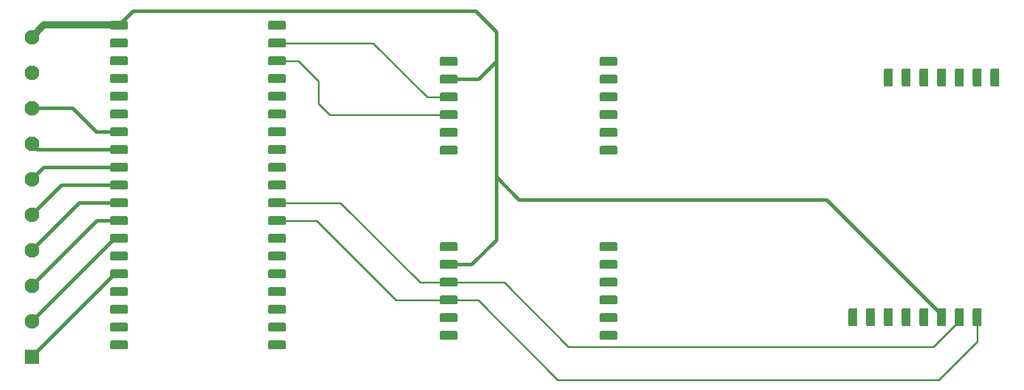
<source format=gtl>
G04 #@! TF.GenerationSoftware,KiCad,Pcbnew,9.0.0-9.0.0-2~ubuntu24.04.1*
G04 #@! TF.CreationDate,2025-04-02T00:55:11+02:00*
G04 #@! TF.ProjectId,Sensor_Mount,53656e73-6f72-45f4-9d6f-756e742e6b69,rev?*
G04 #@! TF.SameCoordinates,Original*
G04 #@! TF.FileFunction,Copper,L1,Top*
G04 #@! TF.FilePolarity,Positive*
%FSLAX46Y46*%
G04 Gerber Fmt 4.6, Leading zero omitted, Abs format (unit mm)*
G04 Created by KiCad (PCBNEW 9.0.0-9.0.0-2~ubuntu24.04.1) date 2025-04-02 00:55:11*
%MOMM*%
%LPD*%
G01*
G04 APERTURE LIST*
G04 Aperture macros list*
%AMRoundRect*
0 Rectangle with rounded corners*
0 $1 Rounding radius*
0 $2 $3 $4 $5 $6 $7 $8 $9 X,Y pos of 4 corners*
0 Add a 4 corners polygon primitive as box body*
4,1,4,$2,$3,$4,$5,$6,$7,$8,$9,$2,$3,0*
0 Add four circle primitives for the rounded corners*
1,1,$1+$1,$2,$3*
1,1,$1+$1,$4,$5*
1,1,$1+$1,$6,$7*
1,1,$1+$1,$8,$9*
0 Add four rect primitives between the rounded corners*
20,1,$1+$1,$2,$3,$4,$5,0*
20,1,$1+$1,$4,$5,$6,$7,0*
20,1,$1+$1,$6,$7,$8,$9,0*
20,1,$1+$1,$8,$9,$2,$3,0*%
G04 Aperture macros list end*
G04 #@! TA.AperFunction,ComponentPad*
%ADD10RoundRect,0.250001X0.799999X-0.799999X0.799999X0.799999X-0.799999X0.799999X-0.799999X-0.799999X0*%
G04 #@! TD*
G04 #@! TA.AperFunction,ComponentPad*
%ADD11C,2.100000*%
G04 #@! TD*
G04 #@! TA.AperFunction,ComponentPad*
%ADD12RoundRect,0.190500X-1.079500X-0.444500X1.079500X-0.444500X1.079500X0.444500X-1.079500X0.444500X0*%
G04 #@! TD*
G04 #@! TA.AperFunction,ComponentPad*
%ADD13RoundRect,0.190500X-0.444500X1.079500X-0.444500X-1.079500X0.444500X-1.079500X0.444500X1.079500X0*%
G04 #@! TD*
G04 #@! TA.AperFunction,Conductor*
%ADD14C,0.250000*%
G04 #@! TD*
G04 #@! TA.AperFunction,Conductor*
%ADD15C,0.500000*%
G04 #@! TD*
G04 #@! TA.AperFunction,Conductor*
%ADD16C,1.000000*%
G04 #@! TD*
G04 APERTURE END LIST*
D10*
X88500000Y-86720000D03*
D11*
X88500000Y-81640000D03*
X88500000Y-76560000D03*
X88500000Y-71480000D03*
X88500000Y-66400000D03*
X88500000Y-61320000D03*
X88500000Y-56240000D03*
X88500000Y-51160000D03*
X88500000Y-46080000D03*
X88500000Y-41000000D03*
D12*
X148140000Y-71000000D03*
X148140000Y-73540000D03*
X148140000Y-76080000D03*
X148140000Y-78620000D03*
X148140000Y-81160000D03*
X148140000Y-83700000D03*
X171000000Y-71000000D03*
X171000000Y-73540000D03*
X171000000Y-76080000D03*
X171000000Y-78620000D03*
X171000000Y-81160000D03*
X171000000Y-83700000D03*
X148140000Y-44500000D03*
X148140000Y-47040000D03*
X148140000Y-49580000D03*
X148140000Y-52120000D03*
X148140000Y-54660000D03*
X148140000Y-57200000D03*
X171000000Y-44500000D03*
X171000000Y-47040000D03*
X171000000Y-49580000D03*
X171000000Y-52120000D03*
X171000000Y-54660000D03*
X171000000Y-57200000D03*
X101000000Y-39280000D03*
X101000000Y-41820000D03*
X101000000Y-44360000D03*
X101000000Y-46900000D03*
X101000000Y-49440000D03*
X101000000Y-51980000D03*
X101000000Y-54520000D03*
X101000000Y-57060000D03*
X101000000Y-59600000D03*
X101000000Y-62140000D03*
X101000000Y-64680000D03*
X101000000Y-67220000D03*
X101000000Y-69760000D03*
X101000000Y-72300000D03*
X101000000Y-74840000D03*
X101000000Y-77380000D03*
X101000000Y-79920000D03*
X101000000Y-82460000D03*
X101000000Y-85000000D03*
X123606000Y-39280000D03*
X123606000Y-41820000D03*
X123606000Y-44360000D03*
X123606000Y-46900000D03*
X123606000Y-49440000D03*
X123606000Y-51980000D03*
X123606000Y-54520000D03*
X123606000Y-57060000D03*
X123606000Y-59600000D03*
X123606000Y-62140000D03*
X123606000Y-64680000D03*
X123606000Y-67220000D03*
X123606000Y-69760000D03*
X123606000Y-72300000D03*
X123606000Y-74840000D03*
X123606000Y-77380000D03*
X123606000Y-79920000D03*
X123606000Y-82460000D03*
X123606000Y-85000000D03*
D13*
X206000000Y-81018000D03*
X208540000Y-81018000D03*
X211080000Y-81018000D03*
X213620000Y-81018000D03*
X216160000Y-81018000D03*
X218700000Y-81018000D03*
X221240000Y-81018000D03*
X223780000Y-81018000D03*
X211080000Y-46728000D03*
X213620000Y-46728000D03*
X216160000Y-46728000D03*
X218700000Y-46728000D03*
X221240000Y-46728000D03*
X223780000Y-46728000D03*
X226320000Y-46728000D03*
D14*
X123606000Y-67220000D02*
X129220000Y-67220000D01*
X129220000Y-67220000D02*
X140620000Y-78620000D01*
X140620000Y-78620000D02*
X148140000Y-78620000D01*
X123606000Y-64680000D02*
X132680000Y-64680000D01*
X132680000Y-64680000D02*
X144080000Y-76080000D01*
X144080000Y-76080000D02*
X148140000Y-76080000D01*
D15*
X101000000Y-39280000D02*
X103030000Y-37250000D01*
X103030000Y-37250000D02*
X152000000Y-37250000D01*
X152000000Y-37250000D02*
X155000000Y-40250000D01*
X155000000Y-40250000D02*
X155000000Y-44000000D01*
X101000000Y-69760000D02*
X100380000Y-69760000D01*
X100380000Y-69760000D02*
X88500000Y-81640000D01*
X101000000Y-74840000D02*
X100410000Y-74840000D01*
X100410000Y-74840000D02*
X88530000Y-86720000D01*
X88530000Y-86720000D02*
X88500000Y-86720000D01*
X101000000Y-67220000D02*
X97840000Y-67220000D01*
X97840000Y-67220000D02*
X88500000Y-76560000D01*
X101000000Y-64680000D02*
X95300000Y-64680000D01*
X95300000Y-64680000D02*
X88500000Y-71480000D01*
X101000000Y-62140000D02*
X92760000Y-62140000D01*
X92760000Y-62140000D02*
X88500000Y-66400000D01*
X88500000Y-61320000D02*
X90220000Y-59600000D01*
X90220000Y-59600000D02*
X101000000Y-59600000D01*
X88500000Y-56240000D02*
X89320000Y-57060000D01*
X89320000Y-57060000D02*
X101000000Y-57060000D01*
X88500000Y-51160000D02*
X94410000Y-51160000D01*
X94410000Y-51160000D02*
X97750000Y-54500000D01*
X97750000Y-54500000D02*
X100980000Y-54500000D01*
X100980000Y-54500000D02*
X101000000Y-54520000D01*
D14*
X123606000Y-41820000D02*
X137320000Y-41820000D01*
X137320000Y-41820000D02*
X145080000Y-49580000D01*
X145080000Y-49580000D02*
X148140000Y-49580000D01*
X123606000Y-44360000D02*
X126610000Y-44360000D01*
X126610000Y-44360000D02*
X129500000Y-47250000D01*
X129500000Y-47250000D02*
X129500000Y-50500000D01*
X129500000Y-50500000D02*
X131120000Y-52120000D01*
X131120000Y-52120000D02*
X148140000Y-52120000D01*
D16*
X101000000Y-39280000D02*
X100280000Y-39280000D01*
X100280000Y-39280000D02*
X100250000Y-39250000D01*
X90250000Y-39250000D02*
X88500000Y-41000000D01*
X100250000Y-39250000D02*
X90250000Y-39250000D01*
D14*
X148140000Y-78620000D02*
X152370000Y-78620000D01*
X152370000Y-78620000D02*
X163750000Y-90000000D01*
X163750000Y-90000000D02*
X218250000Y-90000000D01*
X218250000Y-90000000D02*
X223780000Y-84470000D01*
X223780000Y-84470000D02*
X223780000Y-81168000D01*
X223780000Y-81168000D02*
X223930000Y-81018000D01*
X148140000Y-76080000D02*
X156080000Y-76080000D01*
X156080000Y-76080000D02*
X165250000Y-85250000D01*
X165250000Y-85250000D02*
X217500000Y-85250000D01*
X217500000Y-85250000D02*
X221240000Y-81510000D01*
X221240000Y-81510000D02*
X221240000Y-81018000D01*
X221240000Y-81018000D02*
X221390000Y-81018000D01*
D15*
X88500000Y-76560000D02*
X88520000Y-76560000D01*
X152460000Y-47040000D02*
X155000000Y-44500000D01*
X155000000Y-70000000D02*
X151460000Y-73540000D01*
X151460000Y-73540000D02*
X148140000Y-73540000D01*
X148140000Y-47040000D02*
X152460000Y-47040000D01*
X155000000Y-44000000D02*
X155000000Y-61000000D01*
X155000000Y-44500000D02*
X155000000Y-44000000D01*
X155000000Y-61000000D02*
X155000000Y-70000000D01*
X88500000Y-66400000D02*
X88680000Y-66400000D01*
X155000000Y-61000000D02*
X158250000Y-64250000D01*
X158250000Y-64250000D02*
X202250000Y-64250000D01*
X202250000Y-64250000D02*
X218850000Y-80850000D01*
X218850000Y-80850000D02*
X218850000Y-81018000D01*
M02*

</source>
